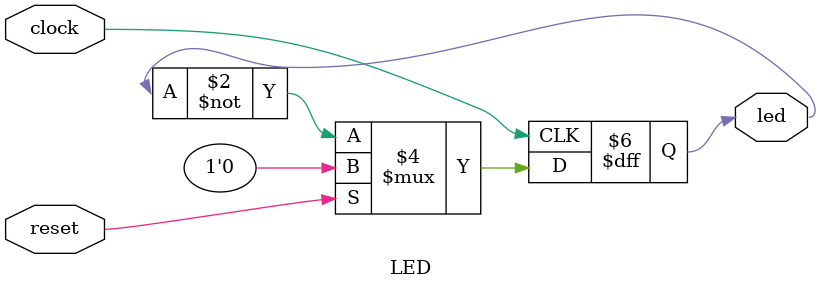
<source format=v>
module LED (
  input wire clock,
  input wire reset,
  output reg led
);

always @(posedge clock) begin
  if (reset) begin
    led <= 0;
  end else begin
    led <= ~led;
  end
end
endmodule


</source>
